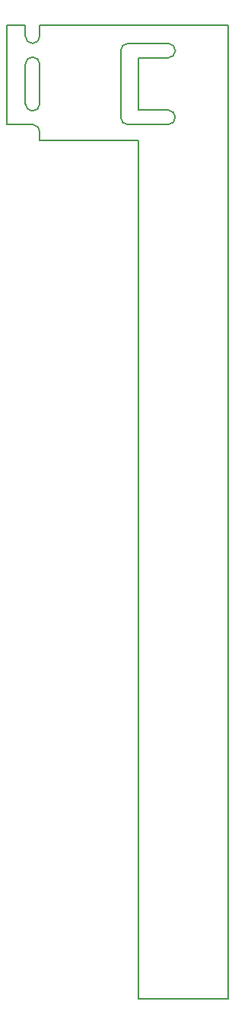
<source format=gbr>
G04 #@! TF.FileFunction,Profile,NP*
%FSLAX46Y46*%
G04 Gerber Fmt 4.6, Leading zero omitted, Abs format (unit mm)*
G04 Created by KiCad (PCBNEW 4.0.6) date 2018 April 18, Wednesday 08:04:54*
%MOMM*%
%LPD*%
G01*
G04 APERTURE LIST*
%ADD10C,0.100000*%
%ADD11C,0.200000*%
G04 APERTURE END LIST*
D10*
D11*
X0Y-3600000D02*
X3300000Y-3600000D01*
X0Y-9400000D02*
X0Y-3600000D01*
X0Y-9400000D02*
X3300000Y-9400000D01*
X-1200000Y-11000000D02*
X3300000Y-11000000D01*
X-2000000Y-10200000D02*
G75*
G03X-1200000Y-11000000I800000J0D01*
G01*
X-2000000Y-2800000D02*
X-2000000Y-10200000D01*
X-1200000Y-2000000D02*
G75*
G03X-2000000Y-2800000I0J-800000D01*
G01*
X-1200000Y-2000000D02*
X3300000Y-2000000D01*
X3300000Y-3600000D02*
G75*
G03X4100000Y-2800000I0J800000D01*
G01*
X4100000Y-2800000D02*
G75*
G03X3300000Y-2000000I-800000J0D01*
G01*
X4100000Y-10200000D02*
G75*
G03X3300000Y-9400000I-800000J0D01*
G01*
X3300000Y-11000000D02*
G75*
G03X4100000Y-10200000I0J800000D01*
G01*
X-11000000Y0D02*
X-11000000Y-1200000D01*
X-12600000Y0D02*
X-14700000Y0D01*
X-12600000Y0D02*
X-12600000Y-1200000D01*
X-12600000Y-1200000D02*
G75*
G03X-11800000Y-2000000I800000J0D01*
G01*
X-11800000Y-2000000D02*
G75*
G03X-11000000Y-1200000I0J800000D01*
G01*
X-11000000Y-11800000D02*
G75*
G03X-11800000Y-11000000I-800000J0D01*
G01*
X-12600000Y-8700000D02*
G75*
G03X-11800000Y-9500000I800000J0D01*
G01*
X-11800000Y-9500000D02*
G75*
G03X-11000000Y-8700000I0J800000D01*
G01*
X-12600000Y-8700000D02*
X-12600000Y-4300000D01*
X-11000000Y-4300000D02*
G75*
G03X-11800000Y-3500000I-800000J0D01*
G01*
X-11800000Y-3500000D02*
G75*
G03X-12600000Y-4300000I0J-800000D01*
G01*
X-11000000Y-8700000D02*
X-11000000Y-4300000D01*
X-14700000Y-11000000D02*
X-11800000Y-11000000D01*
X-11000000Y-11800000D02*
X-11000000Y-12800000D01*
X0Y-12800000D02*
X0Y-108000000D01*
X0Y-12800000D02*
X-11000000Y-12800000D01*
X-14700000Y0D02*
X-14700000Y-11000000D01*
X10000000Y-108000000D02*
X0Y-108000000D01*
X10000000Y0D02*
X10000000Y-108000000D01*
X-11000000Y0D02*
X10000000Y0D01*
M02*

</source>
